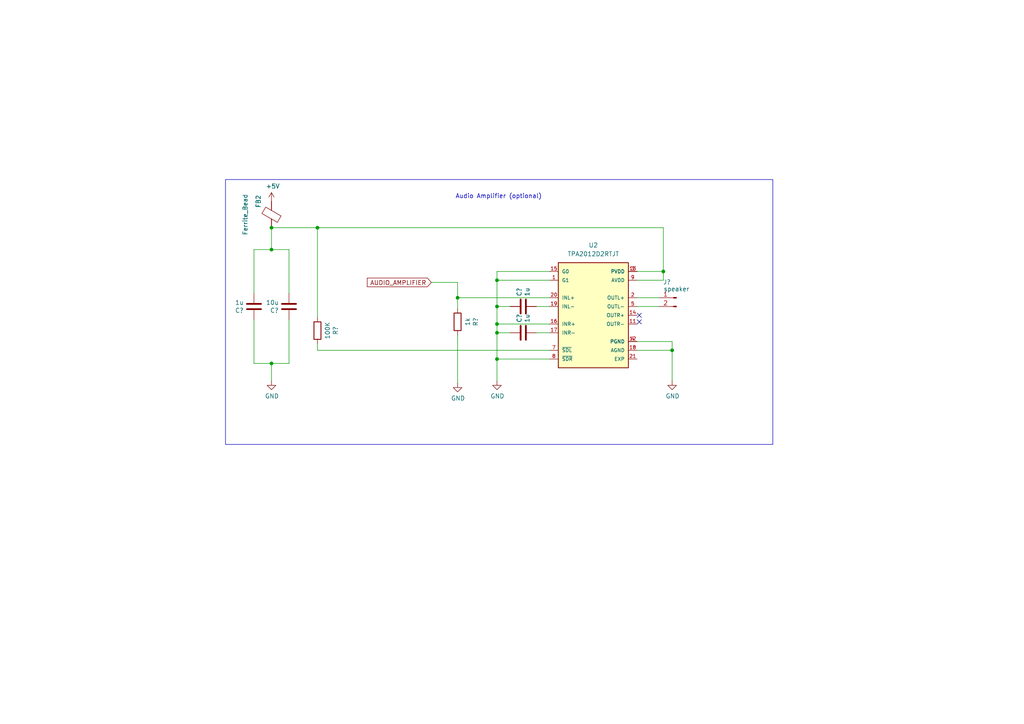
<source format=kicad_sch>
(kicad_sch (version 20230121) (generator eeschema)
  (paper "A4")
  (lib_symbols
    (symbol "Device:C" (pin_numbers hide) (pin_names (offset 0.254))
      (property "Reference" "C" (at 0.635 2.54 0))
      (property "Value" "C" (at 0.635 -2.54 0))
      (symbol "C_0_1"
        (polyline (pts (xy -2.032 -0.762) (xy 2.032 -0.762)) (stroke (width 0.508)))
        (polyline (pts (xy -2.032 0.762) (xy 2.032 0.762)) (stroke (width 0.508)))
      )
      (symbol "C_1_1"
        (pin passive line (at 0 3.81 270) (length 2.794) (name "~") (number "1"))
        (pin passive line (at 0 -3.81 90) (length 2.794) (name "~") (number "2"))
      )
    )
    (symbol "Device:Ferrite_Bead" (pin_numbers hide) (pin_names (offset 0))
      (property "Reference" "FB" (at -3.81 0.635 90))
      (property "Value" "Device_Ferrite_Bead" (at 3.81 0 90))
      (symbol "Ferrite_Bead_0_1"
        (polyline (pts (xy 0 -1.27) (xy 0 -1.2192)))
        (polyline (pts (xy 0 1.27) (xy 0 1.2954)))
        (polyline (pts (xy -2.7686 0.4064) (xy -1.7018 2.2606) (xy 2.7686 -0.3048) (xy 1.6764 -2.159) (xy -2.7686 0.4064)))
      )
      (symbol "Ferrite_Bead_1_1"
        (pin passive line (at 0 3.81 270) (length 2.54) (name "~") (number "1"))
        (pin passive line (at 0 -3.81 90) (length 2.54) (name "~") (number "2"))
      )
    )
    (symbol "Device:R" (pin_numbers hide) (pin_names (offset 0))
      (property "Reference" "R" (at 2.032 0 90))
      (property "Value" "R" (at 0 0 90))
      (symbol "R_0_1"
        (rectangle (start -1.016 -2.54) (end 1.016 2.54) (stroke (width 0.254)))
      )
      (symbol "R_1_1"
        (pin passive line (at 0 3.81 270) (length 1.27) (name "~") (number "1"))
        (pin passive line (at 0 -3.81 90) (length 1.27) (name "~") (number "2"))
      )
    )
    (symbol "RADIO-rescue:Conn_01x02_Male-Connector" (pin_names (offset 1.016) hide)
      (property "Reference" "J" (at 0 2.54 0))
      (property "Value" "Connector_Conn_01x02_Male" (at 0 -5.08 0))
      (symbol "Conn_01x02_Male-Connector_1_1"
        (polyline (pts (xy 1.27 -2.54) (xy 0.8636 -2.54)) (stroke (width 0.1524)))
        (polyline (pts (xy 1.27 0) (xy 0.8636 0)) (stroke (width 0.1524)))
        (rectangle (start 0.8636 -2.413) (end 0 -2.667) (stroke (width 0.1524)) (fill (type outline)))
        (rectangle (start 0.8636 0.127) (end 0 -0.127) (stroke (width 0.1524)) (fill (type outline)))
        (pin passive line (at 5.08 0 180) (length 3.81) (name "Pin_1") (number "1"))
        (pin passive line (at 5.08 -2.54 180) (length 3.81) (name "Pin_2") (number "2"))
      )
    )
    (symbol "TPA2012D2RTJT:TPA2012D2RTJT" (pin_names (offset 1.016))
      (property "Reference" "U" (at -10.1758 15.2637 0))
      (property "Value" "TPA2012D2RTJT" (at -10.1771 -17.81 0))
      (symbol "TPA2012D2RTJT_0_0"
        (rectangle (start -10.16 -15.24) (end 10.16 15.24) (stroke (width 0.254)) (fill (type background)))
        (pin input line (at -12.7 10.16 0) (length 2.54) (name "G1") (number "1"))
        (pin output line (at 12.7 -2.54 180) (length 2.54) (name "OUTR-") (number "11"))
        (pin power_in line (at 12.7 -7.62 180) (length 2.54) (name "PGND") (number "12"))
        (pin power_in line (at 12.7 12.7 180) (length 2.54) (name "PVDD") (number "13"))
        (pin output line (at 12.7 0 180) (length 2.54) (name "OUTR+") (number "14"))
        (pin input line (at -12.7 12.7 0) (length 2.54) (name "G0") (number "15"))
        (pin input line (at -12.7 -2.54 0) (length 2.54) (name "INR+") (number "16"))
        (pin input line (at -12.7 -5.08 0) (length 2.54) (name "INR-") (number "17"))
        (pin power_in line (at 12.7 -10.16 180) (length 2.54) (name "AGND") (number "18"))
        (pin input line (at -12.7 2.54 0) (length 2.54) (name "INL-") (number "19"))
        (pin output line (at 12.7 5.08 180) (length 2.54) (name "OUTL+") (number "2"))
        (pin input line (at -12.7 5.08 0) (length 2.54) (name "INL+") (number "20"))
        (pin power_in line (at 12.7 -12.7 180) (length 2.54) (name "EXP") (number "21"))
        (pin power_in line (at 12.7 12.7 180) (length 2.54) (name "PVDD") (number "3"))
        (pin power_in line (at 12.7 -7.62 180) (length 2.54) (name "PGND") (number "4"))
        (pin output line (at 12.7 2.54 180) (length 2.54) (name "OUTL-") (number "5"))
        (pin input line (at -12.7 -10.16 0) (length 2.54) (name "~{SDL}") (number "7"))
        (pin input line (at -12.7 -12.7 0) (length 2.54) (name "~{SDR}") (number "8"))
        (pin power_in line (at 12.7 10.16 180) (length 2.54) (name "AVDD") (number "9"))
      )
    )
    (symbol "power:+5V" (power) (pin_names (offset 0))
      (property "Value" "+5V" (at 0 3.556 0))
      (symbol "+5V_0_1"
        (polyline (pts (xy -0.762 1.27) (xy 0 2.54)))
        (polyline (pts (xy 0 0) (xy 0 2.54)))
        (polyline (pts (xy 0 2.54) (xy 0.762 1.27)))
      )
      (symbol "+5V_1_1"
        (pin power_in line (at 0 0 90) (length 0) hide (name "+5V") (number "1"))
      )
    )
    (symbol "power:GND" (power) (pin_names (offset 0))
      (property "Value" "GND" (at 0 -3.81 0))
      (symbol "GND_0_1"
        (polyline (pts (xy 0 0) (xy 0 -1.27) (xy 1.27 -1.27) (xy 0 -2.54) (xy -1.27 -1.27) (xy 0 -1.27)))
      )
      (symbol "GND_1_1"
        (pin power_in line (at 0 0 270) (length 0) hide (name "GND") (number "1"))
      )
    )
  )
  (junction (at 144.145 88.9))
  (junction (at 78.74 72.39))
  (junction (at 144.145 93.98))
  (junction (at 194.945 101.6))
  (junction (at 78.74 105.41))
  (junction (at 144.145 81.28))
  (junction (at 78.74 66.04))
  (junction (at 192.405 78.74))
  (junction (at 92.075 66.04))
  (junction (at 144.145 96.52))
  (junction (at 132.715 86.36))
  (junction (at 144.145 104.14))
  (no_connect (at 185.42 91.44))
  (no_connect (at 185.42 93.345))
  (wire (pts (xy 144.145 93.98) (xy 159.385 93.98)))
  (wire (pts (xy 78.74 105.41) (xy 78.74 110.49)))
  (wire (pts (xy 184.785 99.06) (xy 194.945 99.06)))
  (wire (pts (xy 92.075 101.6) (xy 92.075 99.695)))
  (wire (pts (xy 184.785 78.74) (xy 192.405 78.74)))
  (wire (pts (xy 144.145 88.9) (xy 147.955 88.9)))
  (wire (pts (xy 144.145 96.52) (xy 144.145 104.14)))
  (wire (pts (xy 92.075 66.04) (xy 92.075 92.075)))
  (wire (pts (xy 184.785 88.9) (xy 191.135 88.9)))
  (wire (pts (xy 192.405 66.04) (xy 92.075 66.04)))
  (wire (pts (xy 144.145 104.14) (xy 144.145 110.49)))
  (wire (pts (xy 159.385 81.28) (xy 144.145 81.28)))
  (wire (pts (xy 144.145 78.74) (xy 144.145 81.28)))
  (wire (pts (xy 73.66 105.41) (xy 78.74 105.41)))
  (wire (pts (xy 194.945 99.06) (xy 194.945 101.6)))
  (wire (pts (xy 78.74 66.04) (xy 78.74 72.39)))
  (wire (pts (xy 73.66 92.71) (xy 73.66 105.41)))
  (wire (pts (xy 73.66 72.39) (xy 78.74 72.39)))
  (wire (pts (xy 184.785 86.36) (xy 191.135 86.36)))
  (wire (pts (xy 144.145 104.14) (xy 159.385 104.14)))
  (wire (pts (xy 194.945 101.6) (xy 194.945 110.49)))
  (wire (pts (xy 144.145 96.52) (xy 147.955 96.52)))
  (wire (pts (xy 159.385 78.74) (xy 144.145 78.74)))
  (wire (pts (xy 83.82 85.09) (xy 83.82 72.39)))
  (wire (pts (xy 159.385 86.36) (xy 132.715 86.36)))
  (wire (pts (xy 144.145 88.9) (xy 144.145 93.98)))
  (wire (pts (xy 192.405 66.04) (xy 192.405 78.74)))
  (wire (pts (xy 184.785 81.28) (xy 192.405 81.28)))
  (wire (pts (xy 192.405 81.28) (xy 192.405 78.74)))
  (wire (pts (xy 92.075 101.6) (xy 159.385 101.6)))
  (wire (pts (xy 144.145 81.28) (xy 144.145 88.9)))
  (wire (pts (xy 132.715 86.36) (xy 132.715 89.535)))
  (wire (pts (xy 184.785 101.6) (xy 194.945 101.6)))
  (wire (pts (xy 155.575 96.52) (xy 159.385 96.52)))
  (wire (pts (xy 83.82 92.71) (xy 83.82 105.41)))
  (wire (pts (xy 92.075 66.04) (xy 78.74 66.04)))
  (wire (pts (xy 132.715 81.915) (xy 132.715 86.36)))
  (wire (pts (xy 155.575 88.9) (xy 159.385 88.9)))
  (wire (pts (xy 73.66 85.09) (xy 73.66 72.39)))
  (wire (pts (xy 144.145 93.98) (xy 144.145 96.52)))
  (wire (pts (xy 78.74 105.41) (xy 83.82 105.41)))
  (wire (pts (xy 83.82 72.39) (xy 78.74 72.39)))
  (wire (pts (xy 125.095 81.915) (xy 132.715 81.915)))
  (wire (pts (xy 132.715 97.155) (xy 132.715 111.125)))
  (rectangle (start 65.405 52.07) (end 224.155 128.905))
  (text "Audio Amplifier (optional)" (at 132.08 57.785 0) (effects (font (size 1.27 1.27)) (justify left bottom)))
  (global_label "AUDIO_AMPLIFIER" (shape input) (at 125.095 81.915 180) (property "Intersheetrefs" "${INTERSHEET_REFS}" (effects hide)))
  (symbol (lib_id "RADIO-rescue:Conn_01x02_Male-Connector") (at 196.215 86.36 0) (mirror y) (unit 1)
    (property "Reference" "J?" (at 193.4718 81.8134 0))
    (property "Value" "speaker" (at 196.215 83.82 0))
    (property "Footprint" "Connector_PinHeader_2.54mm:PinHeader_1x02_P2.54mm_Vertical" (effects hide))
    (instances (project "audio" (path "" (reference "J?") (unit 1))) (project "RADIO" (path "" (reference "J?") (unit 1))) (project "pico_rx" (path "" (reference "J3") (unit 1)) (path "" (reference "J3") (unit 1))))
  )
  (symbol (lib_id "Device:C") (at 83.82 88.9 180) (unit 1)
    (property "Reference" "C?" (at 80.899 90.043 0) (effects (justify left)))
    (property "Value" "10u" (at 80.899 87.757 0) (effects (justify left)))
    (property "Footprint" "Capacitor_SMD:C_0805_2012Metric" (effects hide))
    (instances (project "audio" (path "" (reference "C?") (unit 1))) (project "RADIO" (path "" (reference "C?") (unit 1))) (project "pico_rx" (path "" (reference "C20") (unit 1)) (path "" (reference "C20") (unit 1))))
  )
  (symbol (lib_id "power:GND") (at 132.715 111.125 0) (unit 1)
    (property "Reference" "#PWR?" (effects hide))
    (property "Value" "GND" (at 132.842 115.5192 0))
    (instances (project "audio" (path "" (reference "#PWR?") (unit 1))) (project "RADIO" (path "" (reference "#PWR?") (unit 1))) (project "pico_rx" (path "" (reference "#PWR054") (unit 1)) (path "" (reference "#PWR057") (unit 1))))
  )
  (symbol (lib_id "Device:C") (at 151.765 96.52 90) (unit 1)
    (property "Reference" "C?" (at 150.622 93.599 0) (effects (justify left)))
    (property "Value" "1u" (at 152.908 93.599 0) (effects (justify left)))
    (property "Footprint" "Capacitor_SMD:C_0805_2012Metric" (effects hide))
    (instances (project "audio" (path "" (reference "C?") (unit 1))) (project "RADIO" (path "" (reference "C?") (unit 1))) (project "pico_rx" (path "" (reference "C32") (unit 1)) (path "" (reference "C32") (unit 1))))
  )
  (symbol (lib_id "power:GND") (at 194.945 110.49 0) (unit 1)
    (property "Reference" "#PWR?" (effects hide))
    (property "Value" "GND" (at 195.072 114.8842 0))
    (instances (project "audio" (path "" (reference "#PWR?") (unit 1))) (project "RADIO" (path "" (reference "#PWR?") (unit 1))) (project "pico_rx" (path "" (reference "#PWR056") (unit 1)) (path "" (reference "#PWR056") (unit 1))))
  )
  (symbol (lib_id "power:GND") (at 78.74 110.49 0) (unit 1)
    (property "Reference" "#PWR?" (effects hide))
    (property "Value" "GND" (at 78.867 114.8842 0))
    (instances (project "audio" (path "" (reference "#PWR?") (unit 1))) (project "RADIO" (path "" (reference "#PWR?") (unit 1))) (project "pico_rx" (path "" (reference "#PWR046") (unit 1)) (path "" (reference "#PWR046") (unit 1))))
  )
  (symbol (lib_id "TPA2012D2RTJT:TPA2012D2RTJT") (at 172.085 91.44 0) (unit 1)
    (property "Reference" "U2" (at 172.085 71.12 0))
    (property "Value" "TPA2012D2RTJT" (at 172.085 73.66 0))
    (property "Footprint" "reciever:QFN50P400X400X80-21N270X270" (effects hide))
    (property "DigiKey_Part_Number" "296-26878-2-ND" (effects hide))
    (property "MF" "Texas Instruments" (effects hide))
    (property "Purchase-URL" "https://www.snapeda.com/api/url_track_click_mouser/?unipart_id=87090&manufacturer=Texas Instruments&part_name=TPA2012D2RTJT&search_term=None" (effects hide))
    (property "Package" "WQFN-20 Texas Instruments" (effects hide))
    (property "Check_prices" "https://www.snapeda.com/parts/TPA2012D2RTJT/Texas+Instruments/view-part/?ref=eda" (effects hide))
    (property "STANDARD" "IPC-7351B" (effects hide))
    (property "PARTREV" "NA" (effects hide))
    (property "SnapEDA_Link" "https://www.snapeda.com/parts/TPA2012D2RTJT/Texas+Instruments/view-part/?ref=snap" (effects hide))
    (property "MP" "TPA2012D2RTJT" (effects hide))
    (property "Description" "\n2.1-W, stereo, analog input Class-D audio amp with selectable gain\n" (effects hide))
    (property "MANUFACTURER" "TEXAS INSTRUMENTS" (effects hide))
    (instances (project "audio" (path "" (reference "U2") (unit 1))) (project "pico_rx" (path "" (reference "U7") (unit 1)) (path "" (reference "U7") (unit 1))))
  )
  (symbol (lib_id "power:GND") (at 144.145 110.49 0) (unit 1)
    (property "Reference" "#PWR?" (effects hide))
    (property "Value" "GND" (at 144.272 114.8842 0))
    (instances (project "audio" (path "" (reference "#PWR?") (unit 1))) (project "RADIO" (path "" (reference "#PWR?") (unit 1))) (project "pico_rx" (path "" (reference "#PWR054") (unit 1)) (path "" (reference "#PWR054") (unit 1))))
  )
  (symbol (lib_id "power:+5V") (at 78.74 58.42 0) (unit 1)
    (property "Reference" "#PWR?" (effects hide))
    (property "Value" "+5V" (at 79.121 54.0258 0))
    (instances (project "audio" (path "" (reference "#PWR?") (unit 1))) (project "RADIO" (path "" (reference "#PWR?") (unit 1))) (project "pico_rx" (path "" (reference "#PWR045") (unit 1)) (path "" (reference "#PWR045") (unit 1))))
  )
  (symbol (lib_id "Device:R") (at 92.075 95.885 0) (unit 1)
    (property "Reference" "R?" (at 97.3074 95.885 90))
    (property "Value" "100K" (at 94.996 95.885 90))
    (property "Footprint" "Resistor_SMD:R_0805_2012Metric" (effects hide))
    (instances (project "audio" (path "" (reference "R?") (unit 1))) (project "RADIO" (path "" (reference "R?") (unit 1))) (project "pico_rx" (path "" (reference "R18") (unit 1)) (path "" (reference "R18") (unit 1))))
  )
  (symbol (lib_id "Device:C") (at 151.765 88.9 90) (unit 1)
    (property "Reference" "C?" (at 150.622 85.979 0) (effects (justify left)))
    (property "Value" "1u" (at 152.908 85.979 0) (effects (justify left)))
    (property "Footprint" "Capacitor_SMD:C_0805_2012Metric" (effects hide))
    (instances (project "audio" (path "" (reference "C?") (unit 1))) (project "RADIO" (path "" (reference "C?") (unit 1))) (project "pico_rx" (path "" (reference "C23") (unit 1)) (path "" (reference "C23") (unit 1))))
  )
  (symbol (lib_id "Device:R") (at 132.715 93.345 0) (unit 1)
    (property "Reference" "R?" (at 137.9474 93.345 90))
    (property "Value" "1k" (at 135.636 93.345 90))
    (property "Footprint" "Resistor_SMD:R_0805_2012Metric" (effects hide))
    (instances (project "audio" (path "" (reference "R?") (unit 1))) (project "RADIO" (path "" (reference "R?") (unit 1))) (project "pico_rx" (path "" (reference "R18") (unit 1)) (path "" (reference "R17") (unit 1))))
  )
  (symbol (lib_id "Device:C") (at 73.66 88.9 180) (unit 1)
    (property "Reference" "C?" (at 70.739 90.043 0) (effects (justify left)))
    (property "Value" "1u" (at 70.739 87.757 0) (effects (justify left)))
    (property "Footprint" "Capacitor_SMD:C_0805_2012Metric" (effects hide))
    (instances (project "audio" (path "" (reference "C?") (unit 1))) (project "RADIO" (path "" (reference "C?") (unit 1))) (project "pico_rx" (path "" (reference "C18") (unit 1)) (path "" (reference "C18") (unit 1))))
  )
  (symbol (lib_id "Device:Ferrite_Bead") (at 78.74 62.23 180) (unit 1)
    (property "Reference" "FB2" (at 74.93 58.42 90))
    (property "Value" "Ferrite_Bead" (at 71.12 62.23 90))
    (property "Footprint" "Inductor_SMD:L_0805_2012Metric" (effects hide))
    (instances (project "RADIO" (path "" (reference "FB2") (unit 1))) (project "pico_rx" (path "" (reference "FB2") (unit 1)) (path "" (reference "FB3") (unit 1))))
  )
)
</source>
